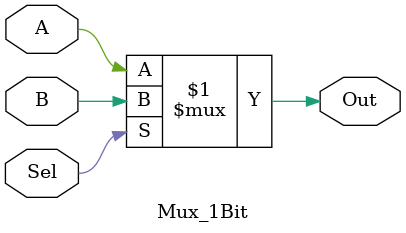
<source format=v>
module Mux_1Bit (
    input  wire A,     // Input A
    input  wire B,     // Input B
    input  wire Sel,   // Select signal
    output wire Out    // Output
);

    assign Out = Sel ? B : A;

endmodule


</source>
